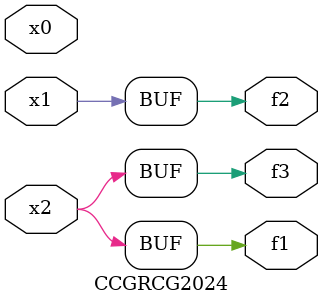
<source format=v>
module CCGRCG2024(
	input x0, x1, x2,
	output f1, f2, f3
);
	assign f1 = x2;
	assign f2 = x1;
	assign f3 = x2;
endmodule

</source>
